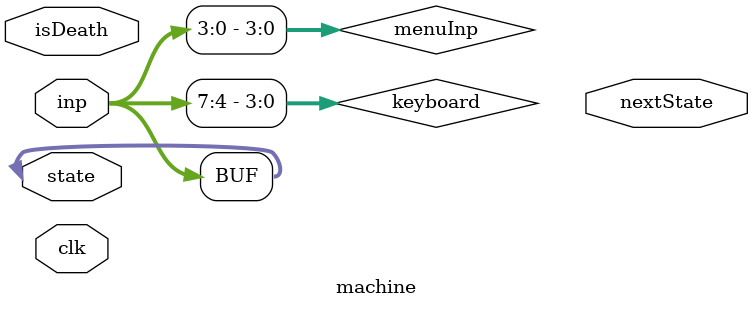
<source format=v>
`timescale 1ns / 1ps


module machine(
    output reg[7:0] nextState,
    input wire[7:0] state,
    input wire[7:0] inp,
    input wire isDeath,
    input wire clk
    );
    
    //key enum
    parameter IDLE = 4'b0000;
    parameter UP = 4'b0001;
    parameter LEFT = 4'b0010;
    parameter DOWN = 4'b0011;
    parameter RIGHT = 4'b0100;
    parameter ENTER = 4'b0101;
    
    //page enum
    parameter NULL = 4'b0000;
    parameter START = 4'b1000;
    parameter DODGE = 4'b1001;
    parameter ATTACK = 4'b1010;
    parameter ACTION = 4'b1011; 
    
    wire[3:0] keyboard;
    wire[3:0] menuInp;
    assign keyboard = inp[7:4];
    assign menuInp = inp[3:0];
    
    wire[3:0] page;
    wire[3:0] substage;
    assign keyboard = state[7:4];
    assign menuInp = state[3:0];
    
    
    
endmodule

</source>
